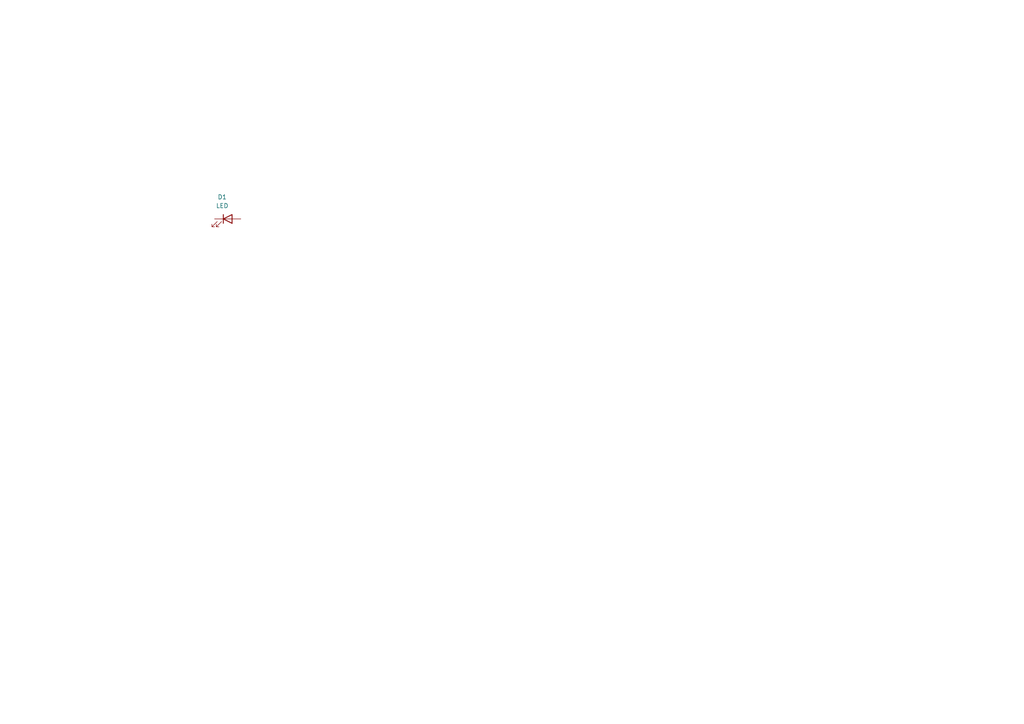
<source format=kicad_sch>
(kicad_sch (version 20230121) (generator eeschema)
  (paper "A4")
  (lib_symbols
    (symbol "Device:LED" (pin_numbers hide) (pin_names (offset 1.016) hide)
      (property "Reference" "D" (at 0 2.54 0))
      (property "Value" "LED" (at 0 -2.54 0))
      (symbol "LED_0_1"
        (polyline (pts (xy -1.27 -1.27) (xy -1.27 1.27)) (stroke (width 0.254)))
        (polyline (pts (xy -1.27 0) (xy 1.27 0)))
        (polyline (pts (xy 1.27 -1.27) (xy 1.27 1.27) (xy -1.27 0) (xy 1.27 -1.27)) (stroke (width 0.254)))
        (polyline (pts (xy -3.048 -0.762) (xy -4.572 -2.286) (xy -3.81 -2.286) (xy -4.572 -2.286) (xy -4.572 -1.524)))
        (polyline (pts (xy -1.778 -0.762) (xy -3.302 -2.286) (xy -2.54 -2.286) (xy -3.302 -2.286) (xy -3.302 -1.524)))
      )
      (symbol "LED_1_1"
        (pin passive line (at -3.81 0 0) (length 2.54) (name "K") (number "1"))
        (pin passive line (at 3.81 0 180) (length 2.54) (name "A") (number "2"))
      )
    )
  )
  (symbol (lib_id "Device:LED") (at 66.04 63.5 0) (unit 1)
    (property "Reference" "D1" (at 64.4525 57.15 0))
    (property "Value" "LED" (at 64.4525 59.69 0))
  )
)
</source>
